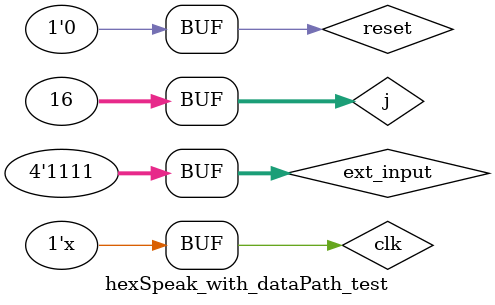
<source format=v>
`timescale 1ns / 1ps


module hexSpeak_with_dataPath_test;

	// Inputs
	reg clk;
	reg reset;
	reg [3:0] ext_input;

	// Outputs
	wire [6:0] seg7;
	wire [3:0] select;
	 wire [15:0] A, B, Z;
	 wire [4:0] flags;

	// Instantiate the Unit Under Test (UUT)
	hexSpeak_with_dataPath uut (
		.clk(clk), 
		.reset(reset), 
		.ext_input(ext_input),
		.seg7(seg7),
		.A(A),
		.B(B),
		.Z(Z),
		.flags(flags),
		.select(select)
	);
	integer i, j;
	initial begin
		// Initialize Inputs
		reset = 0;
		clk = 0;
		reset = 1;
		#2;
		reset = 0;
		
		#60;
		// Inner loop runs through all ext_input possibilities
		for (j=0; j < 16; j = j + 1) begin
			ext_input = j;
			#2;
		end

	end
      
		
	always
		#1 clk = ~clk;
endmodule


</source>
